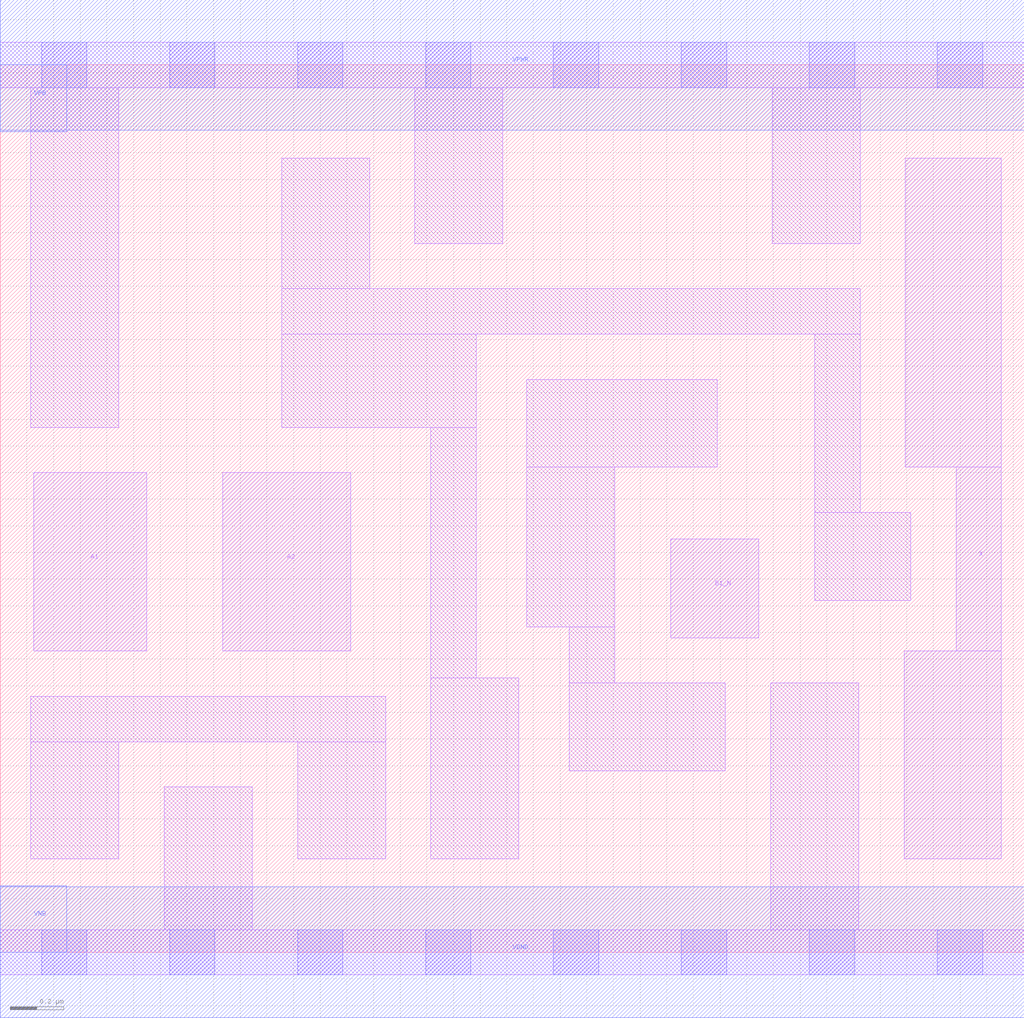
<source format=lef>
# Copyright 2020 The SkyWater PDK Authors
#
# Licensed under the Apache License, Version 2.0 (the "License");
# you may not use this file except in compliance with the License.
# You may obtain a copy of the License at
#
#     https://www.apache.org/licenses/LICENSE-2.0
#
# Unless required by applicable law or agreed to in writing, software
# distributed under the License is distributed on an "AS IS" BASIS,
# WITHOUT WARRANTIES OR CONDITIONS OF ANY KIND, either express or implied.
# See the License for the specific language governing permissions and
# limitations under the License.
#
# SPDX-License-Identifier: Apache-2.0

VERSION 5.5 ;
NAMESCASESENSITIVE ON ;
BUSBITCHARS "[]" ;
DIVIDERCHAR "/" ;
MACRO sky130_fd_sc_ms__o21ba_1
  CLASS CORE ;
  SOURCE USER ;
  ORIGIN  0.000000  0.000000 ;
  SIZE  3.840000 BY  3.330000 ;
  SYMMETRY X Y ;
  SITE unit ;
  PIN A1
    ANTENNAGATEAREA  0.246000 ;
    DIRECTION INPUT ;
    USE SIGNAL ;
    PORT
      LAYER li1 ;
        RECT 0.125000 1.130000 0.550000 1.800000 ;
    END
  END A1
  PIN A2
    ANTENNAGATEAREA  0.246000 ;
    DIRECTION INPUT ;
    USE SIGNAL ;
    PORT
      LAYER li1 ;
        RECT 0.835000 1.130000 1.315000 1.800000 ;
    END
  END A2
  PIN B1_N
    ANTENNAGATEAREA  0.208000 ;
    DIRECTION INPUT ;
    USE SIGNAL ;
    PORT
      LAYER li1 ;
        RECT 2.515000 1.180000 2.845000 1.550000 ;
    END
  END B1_N
  PIN X
    ANTENNADIFFAREA  0.541300 ;
    DIRECTION OUTPUT ;
    USE SIGNAL ;
    PORT
      LAYER li1 ;
        RECT 3.390000 0.350000 3.755000 1.130000 ;
        RECT 3.395000 1.820000 3.755000 2.980000 ;
        RECT 3.585000 1.130000 3.755000 1.820000 ;
    END
  END X
  PIN VGND
    DIRECTION INOUT ;
    USE GROUND ;
    PORT
      LAYER met1 ;
        RECT 0.000000 -0.245000 3.840000 0.245000 ;
    END
  END VGND
  PIN VNB
    DIRECTION INOUT ;
    USE GROUND ;
    PORT
      LAYER met1 ;
        RECT 0.000000 0.000000 0.250000 0.250000 ;
    END
  END VNB
  PIN VPB
    DIRECTION INOUT ;
    USE POWER ;
    PORT
      LAYER met1 ;
        RECT 0.000000 3.080000 0.250000 3.330000 ;
    END
  END VPB
  PIN VPWR
    DIRECTION INOUT ;
    USE POWER ;
    PORT
      LAYER met1 ;
        RECT 0.000000 3.085000 3.840000 3.575000 ;
    END
  END VPWR
  OBS
    LAYER li1 ;
      RECT 0.000000 -0.085000 3.840000 0.085000 ;
      RECT 0.000000  3.245000 3.840000 3.415000 ;
      RECT 0.115000  0.350000 0.445000 0.790000 ;
      RECT 0.115000  0.790000 1.445000 0.960000 ;
      RECT 0.115000  1.970000 0.445000 3.245000 ;
      RECT 0.615000  0.085000 0.945000 0.620000 ;
      RECT 1.055000  1.970000 1.785000 2.320000 ;
      RECT 1.055000  2.320000 3.225000 2.490000 ;
      RECT 1.055000  2.490000 1.385000 2.980000 ;
      RECT 1.115000  0.350000 1.445000 0.790000 ;
      RECT 1.555000  2.660000 1.885000 3.245000 ;
      RECT 1.615000  0.350000 1.945000 1.030000 ;
      RECT 1.615000  1.030000 1.785000 1.970000 ;
      RECT 1.975000  1.220000 2.305000 1.820000 ;
      RECT 1.975000  1.820000 2.690000 2.150000 ;
      RECT 2.135000  0.680000 2.720000 1.010000 ;
      RECT 2.135000  1.010000 2.305000 1.220000 ;
      RECT 2.890000  0.085000 3.220000 1.010000 ;
      RECT 2.895000  2.660000 3.225000 3.245000 ;
      RECT 3.055000  1.320000 3.415000 1.650000 ;
      RECT 3.055000  1.650000 3.225000 2.320000 ;
    LAYER mcon ;
      RECT 0.155000 -0.085000 0.325000 0.085000 ;
      RECT 0.155000  3.245000 0.325000 3.415000 ;
      RECT 0.635000 -0.085000 0.805000 0.085000 ;
      RECT 0.635000  3.245000 0.805000 3.415000 ;
      RECT 1.115000 -0.085000 1.285000 0.085000 ;
      RECT 1.115000  3.245000 1.285000 3.415000 ;
      RECT 1.595000 -0.085000 1.765000 0.085000 ;
      RECT 1.595000  3.245000 1.765000 3.415000 ;
      RECT 2.075000 -0.085000 2.245000 0.085000 ;
      RECT 2.075000  3.245000 2.245000 3.415000 ;
      RECT 2.555000 -0.085000 2.725000 0.085000 ;
      RECT 2.555000  3.245000 2.725000 3.415000 ;
      RECT 3.035000 -0.085000 3.205000 0.085000 ;
      RECT 3.035000  3.245000 3.205000 3.415000 ;
      RECT 3.515000 -0.085000 3.685000 0.085000 ;
      RECT 3.515000  3.245000 3.685000 3.415000 ;
  END
END sky130_fd_sc_ms__o21ba_1
END LIBRARY

</source>
